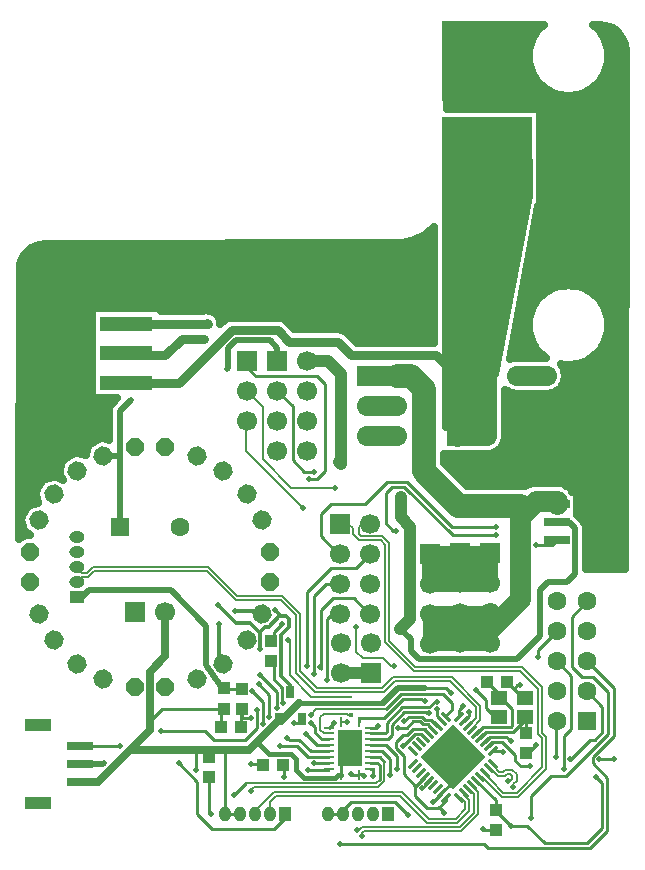
<source format=gbl>
G04 DipTrace 3.0.0.2*
G04 Bottom.gbr*
%MOMM*%
G04 #@! TF.FileFunction,Copper,L2,Bot*
G04 #@! TF.Part,Single*
%AMOUTLINE0*5,1,8,0,0,1.67641,-22.49998*%
%AMOUTLINE1*5,1,8,0,0,1.67641,-262.50052*%
%AMOUTLINE2*5,1,8,0,0,1.67642,-232.50031*%
%AMOUTLINE3*5,1,8,0,0,1.67641,7.49948*%
%AMOUTLINE4*5,1,8,0,0,1.67641,-112.49998*%
%AMOUTLINE5*5,1,8,0,0,1.67641,-202.49998*%
%AMOUTLINE6*5,1,8,0,0,1.67642,37.49969*%
%AMOUTLINE7*5,1,8,0,0,1.67641,-82.50052*%
%AMOUTLINE8*5,1,8,0,0,1.67641,-172.50052*%
%AMOUTLINE9*5,1,8,0,0,1.67641,67.50002*%
%AMOUTLINE10*5,1,8,0,0,1.67642,-52.50031*%
%AMOUTLINE11*5,1,8,0,0,1.67642,-142.50031*%
%AMOUTLINE12*
4,1,16,
0.1591,-0.37123,
0.21563,-0.40673,
0.28197,-0.41423,
0.34497,-0.39217,
0.39217,-0.34497,
0.41423,-0.28197,
0.40673,-0.21563,
0.37123,-0.1591,
-0.1591,0.37123,
-0.21563,0.40673,
-0.28197,0.41423,
-0.34497,0.39217,
-0.39217,0.34497,
-0.41423,0.28197,
-0.40673,0.21563,
-0.37123,0.1591,
0.1591,-0.37123,
0*%
%AMOUTLINE15*
4,1,16,
-0.37123,-0.1591,
-0.40673,-0.21563,
-0.41423,-0.28197,
-0.39217,-0.34497,
-0.34497,-0.39217,
-0.28197,-0.41423,
-0.21563,-0.40673,
-0.1591,-0.37123,
0.37123,0.1591,
0.40673,0.21563,
0.41423,0.28197,
0.39217,0.34497,
0.34497,0.39217,
0.28197,0.41423,
0.21563,0.40673,
0.1591,0.37123,
-0.37123,-0.1591,
0*%
%AMOUTLINE18*5,1,4,0,0,5.5154,90.0*%
G04 #@! TA.AperFunction,ViaPad*
%ADD13C,0.508*%
G04 #@! TA.AperFunction,Conductor*
%ADD14C,0.254*%
%ADD15C,1.016*%
%ADD16C,1.7*%
%ADD17C,1.778*%
%ADD18C,0.762*%
%ADD19C,1.27*%
%ADD20C,1.524*%
G04 #@! TA.AperFunction,CopperBalancing*
%ADD22C,0.635*%
G04 #@! TA.AperFunction,Conductor*
%ADD23C,0.2032*%
%ADD24C,0.3556*%
%ADD25C,0.1778*%
G04 #@! TA.AperFunction,ViaPad*
%ADD26C,0.381*%
G04 #@! TA.AperFunction,Conductor*
%ADD27C,2.032*%
%ADD29R,4.5X1.3*%
%ADD30R,3.9X1.8*%
%ADD31R,7.62X6.858*%
G04 #@! TA.AperFunction,ComponentPad*
%ADD32C,1.6*%
%ADD33R,1.6X1.6*%
%ADD34R,1.0X1.1*%
%ADD35R,1.1X1.0*%
G04 #@! TA.AperFunction,ComponentPad*
%ADD36R,1.7X1.7*%
%ADD37C,1.7*%
%ADD38R,1.3X1.0*%
%ADD39O,1.3X1.0*%
%ADD40R,1.0X1.3*%
%ADD41O,1.0X1.3*%
%ADD42C,1.6*%
%ADD44R,0.65X1.05*%
%ADD47R,2.2X0.7*%
%ADD48R,2.3X1.0922*%
%ADD52R,0.28X0.85*%
%ADD53R,0.85X0.28*%
%ADD54R,2.05X3.05*%
%ADD57R,1.4X1.15*%
G04 #@! TA.AperFunction,ViaPad*
%ADD58C,0.3048*%
G04 #@! TA.AperFunction,ComponentPad*
%ADD118OUTLINE0*%
%ADD119OUTLINE1*%
%ADD120OUTLINE2*%
%ADD121OUTLINE3*%
%ADD122OUTLINE4*%
%ADD123OUTLINE5*%
%ADD124OUTLINE6*%
%ADD125OUTLINE7*%
%ADD126OUTLINE8*%
%ADD127OUTLINE9*%
%ADD128OUTLINE10*%
%ADD129OUTLINE11*%
%ADD130OUTLINE12*%
%ADD133OUTLINE15*%
%ADD136OUTLINE18*%
%FSLAX35Y35*%
G04*
G71*
G90*
G75*
G01*
G04 Bottom*
%LPD*%
X4869986Y2157254D2*
D14*
Y2159874D1*
X4914906Y2204794D1*
Y2237814D1*
X4976053Y1653794D2*
X5140966Y1488880D1*
Y1409774D1*
X5146046Y1404694D1*
X5117473Y1909767D2*
X5184533D1*
X5199386Y1894914D1*
X3070866Y1795854D2*
X3165026D1*
X3172646Y1788234D1*
X6017266Y1836494D2*
X6144266D1*
X4720079Y1512374D2*
Y1486727D1*
X4664983Y1431630D1*
X4653286Y1419934D1*
X4559306D1*
X4457706Y1521534D1*
Y1603554D1*
X4543303Y1689150D1*
X5146046Y1404694D2*
Y1397074D1*
X5267966Y1275154D1*
X4704086Y1384374D2*
Y1392527D1*
X4664983Y1431630D1*
X5267966Y1275154D2*
X5410206D1*
X5554986Y1130374D1*
X5915666D1*
X6040126Y1254834D1*
Y1633294D1*
X5986786Y1686634D1*
X4578659Y2051190D2*
X4578289D1*
X4538986Y2090494D1*
X4437386D1*
X4391666Y2044774D1*
X4356106D1*
X4297686Y1986354D1*
Y1927934D1*
X4361186Y1864434D1*
Y1708910D1*
X4457706Y1612390D1*
Y1603554D1*
X4295146Y3771974D2*
X4274826D1*
X4211326Y3835474D1*
Y4092014D1*
X4262126Y4142814D1*
X4368806D1*
X4780286Y3731334D1*
X5138426D1*
X5140966Y3733874D1*
X3771906Y2146374D2*
Y2143287D1*
X3734096Y2105477D1*
X4081786Y2562934D2*
D15*
X3827786D1*
D13*
D3*
X5656586Y3843094D2*
Y3845634D1*
X5760726D1*
X5814066Y3792294D1*
Y3408754D1*
X5745486Y3340174D1*
X5588006D1*
X5516886Y3269054D1*
Y2877894D1*
X5321306Y2682314D1*
X4493266D1*
X4422146Y2753434D1*
Y2852494D1*
X4333246Y2941394D1*
X1821186Y1803474D2*
X1812756Y1795044D1*
X1624279D1*
X3543306Y5209614D2*
D15*
X3719569D1*
X3831793Y5097390D1*
Y4335020D1*
X3815719Y4351094D1*
X4338326Y4058994D2*
Y3883734D1*
X4418973Y3803087D1*
Y3027120D1*
X4333246Y2941394D1*
X3355346Y1376754D2*
D14*
Y1341194D1*
X3263906Y1249754D1*
X2743206D1*
X2616206Y1376754D1*
Y1645994D1*
X2456186Y1806014D1*
X1960886Y3799914D2*
D13*
Y4418120D1*
Y4787974D1*
X2052326Y4879414D1*
X2862586Y5138494D2*
X2872746Y5148654D1*
Y5316294D1*
X2939623Y5383170D1*
X3228479D1*
X3289306Y5322344D1*
Y5209614D1*
X1819409Y4405952D2*
X1948718D1*
D14*
X1960886Y4418120D1*
X5322056Y4574614D2*
D16*
X5576056D1*
X5321386Y4829260D2*
X5575386D1*
X5576056Y4574614D2*
Y4829260D1*
X4051306Y4828614D2*
X4305306D1*
X2015486Y5526060D2*
D18*
X2703619D1*
X2697486Y5532194D1*
X4051306Y4574614D2*
D16*
X4305306D1*
X2669546Y5397574D2*
D18*
X2481586D1*
X2339346Y5255334D1*
X2036753D1*
X2015486Y5276600D1*
X4842183Y3325330D2*
D19*
Y3579330D1*
X4813386Y5082614D2*
X5067386D1*
Y4575284D1*
X5068056Y4574614D1*
X4814056D1*
Y5081944D1*
X4813386Y5082614D1*
X4814033D2*
X5067386Y4829260D1*
Y4827944D1*
X4814056Y4574614D1*
X4813386Y4829260D2*
X4813409D1*
X5068056Y4574614D1*
X4814033Y4829260D2*
X5067386Y5082614D1*
Y4829260D2*
X4813386D1*
Y5082614D2*
D20*
X5067386D1*
Y4829260D1*
X4813386Y5082614D2*
D16*
X5067386D1*
Y4575284D1*
X5068056Y4574614D1*
X4814056D1*
D17*
Y5081944D1*
D16*
X4813386Y5082614D1*
X5068056Y4574614D2*
D22*
Y6929944D1*
X5069846Y6931734D1*
X5096209Y3579330D2*
D19*
X4842183D1*
X4588203D1*
X4587509Y3578637D1*
X4577719Y3541470D2*
Y3334427D1*
X4587509Y3324637D1*
X5095516D1*
X5096209Y3325330D1*
Y3579330D1*
X5096183D1*
X4842183Y3325330D1*
X4840816D1*
X4587509Y3578637D1*
Y3324637D2*
Y3324657D1*
X4842183Y3579330D1*
X4842209D1*
X5096209Y3325330D1*
X2015486Y5025140D2*
D18*
X2459673D1*
X2905766Y5471234D1*
X3294386D1*
X3393446Y5372174D1*
X3804926D1*
X3919226Y5257874D1*
X4638126D1*
X4813386Y5082614D1*
X5291173Y1605644D2*
D23*
Y1627197D1*
X5317573Y1653600D1*
Y1709550D1*
X5278009Y1749107D1*
X5222066D1*
X5203713Y1730754D1*
X5171729D1*
X5117476Y1785004D1*
Y1795214D1*
X5244473Y1652344D2*
X5266026D1*
X5282013Y1668327D1*
Y1694817D1*
X5263283Y1713547D1*
X5236793D1*
X5218439Y1695194D1*
X5157003D1*
X5092329Y1759860D1*
X5082119D1*
X3826516Y3832300D2*
X3892556D1*
X3933196Y3791660D1*
Y3745304D1*
X3958889Y3719607D1*
X3986536Y3691964D1*
X4166969D1*
X4206246Y3652687D1*
Y2826554D1*
X4447006Y2585794D1*
X5347759D1*
X5499106Y2434447D1*
Y2048224D1*
X5534666Y2012664D1*
Y1770447D1*
X5318763Y1554554D1*
X5206503D1*
X5103353Y1657707D1*
X5046763Y1714294D1*
Y1724504D1*
X4080516Y3832300D2*
X4014476D1*
X3984036Y3801860D1*
Y3744754D1*
X4001263Y3727524D1*
X4181703D1*
X4241806Y3667414D1*
Y2841280D1*
X4461733Y2621354D1*
X5362486D1*
X5534666Y2449174D1*
Y2062950D1*
X5570226Y2027390D1*
Y1755714D1*
X5333489Y1518994D1*
X5191776D1*
X5078206Y1632560D1*
X5021619Y1689150D1*
X5011409D1*
X4940696Y1618440D2*
X4947189D1*
Y1603554D1*
X4993646Y1557094D1*
Y1369647D1*
X4850333Y1226334D1*
X4026649D1*
X4010666Y1210347D1*
Y1188794D1*
X4905343Y1583084D2*
Y1578407D1*
X4922043D1*
X4958086Y1542367D1*
Y1384374D1*
X4835606Y1261894D1*
X4011923D1*
X3985519Y1235494D1*
X3963966D1*
X4909826Y1579954D2*
X4906019Y1583760D1*
X4905343Y1583084D1*
X4869986Y1547727D2*
Y1537517D1*
X4915349Y1492154D1*
X4915346Y1397594D1*
X4815766Y1298014D1*
X4560359D1*
X4331759Y1526614D1*
X3279686D1*
X3226549Y1473474D1*
X3228346Y1376754D1*
X4834633Y1512370D2*
X4844843D1*
X4879789Y1477424D1*
X4879786Y1412320D1*
X4801039Y1333574D1*
X4575086D1*
X4346486Y1562174D1*
X3264959D1*
X3201403Y1498620D1*
X3101346Y1398560D1*
Y1376754D1*
X1600206Y3335094D2*
Y3345254D1*
X1635766Y3380814D1*
X1692186D1*
X1742986Y3431614D1*
X2693459D1*
X2939839Y3185234D1*
X3319786D1*
X3449326Y3055694D1*
Y2569067D1*
X3612939Y2405454D1*
X4196626D1*
X4290606Y2499434D1*
X4753399D1*
X4975863Y2276970D1*
X4975866Y2182207D1*
X4915553Y2121897D1*
X4905343D1*
X1600206Y3462094D2*
Y3451934D1*
X1635766Y3416374D1*
X1677459D1*
X1728259Y3467174D1*
X2708186D1*
X2954566Y3220794D1*
X3334513D1*
X3484886Y3070420D1*
Y2583794D1*
X3627666Y2441014D1*
X4181899D1*
X4275879Y2534994D1*
X4768126D1*
X5011423Y2291697D1*
X5011426Y2167480D1*
X4940699Y2096754D1*
X4940696Y2086544D1*
X3734096Y2005477D2*
D14*
X3668963D1*
X3614426Y2060014D1*
Y2105734D1*
X3573786Y2146374D1*
X3172466Y2138754D2*
Y2321634D1*
X3081026Y2413074D1*
X4574546Y2225114D2*
X4561846D1*
X4549146Y2237814D1*
X4368806D1*
X4259586Y2128594D1*
Y2039694D1*
X4225369Y2005477D1*
X4079096D1*
X3826516Y3324300D2*
X3707773D1*
X3599186Y3215714D1*
Y2557854D1*
X3538226Y2049854D2*
X3629666Y1958414D1*
X3731159D1*
X3734096Y1955477D1*
X5661666Y2156534D2*
X5654046Y2148914D1*
Y1859354D1*
X4305306Y1752674D2*
Y1861894D1*
X4213866Y1953334D1*
X4081239D1*
X4079096Y1955477D1*
X3241046Y2842154D2*
X3263906D1*
Y2913454D1*
X3332486Y2982034D1*
X3149606Y2771214D2*
D24*
Y2915994D1*
X3190246Y2956634D1*
X3218186D1*
X3309626Y3048074D1*
X3326763D1*
X3365506D1*
X3390906Y3022674D1*
Y2954094D1*
X3324866Y2888054D1*
Y2537534D1*
X3395986Y2466414D1*
Y2413450D1*
X3403219Y2406217D1*
X3149606Y2915994D2*
X3136906D1*
X3063246Y2989654D1*
X2943866D1*
X2791466Y3142054D1*
X3273746Y3101094D2*
X3326763Y3048074D1*
X5168906Y2354654D2*
D14*
Y2390214D1*
X5069846Y2489274D1*
X5168906Y2354654D2*
X5184146D1*
X5280666Y2258134D1*
Y2118434D1*
X5270506Y2108274D1*
X5033136D1*
X4976053Y2051190D1*
X5388906Y2194657D2*
Y2168254D1*
X5285746Y2065094D1*
X5060666D1*
X5011406Y2015834D1*
X5394966Y2057474D2*
Y2188597D1*
X5388906Y2194657D1*
X5082119Y1945124D2*
Y1945287D1*
X5120646Y1983814D1*
X5196846D1*
X5308606Y1872054D1*
Y1821254D1*
X5354326Y1775534D1*
X5433066D1*
X2730506Y1374214D2*
X2717806Y1386914D1*
Y1689174D1*
X4834629Y2192610D2*
Y2256597D1*
X4866646Y2288614D1*
X5046763Y1980477D2*
X5090739Y2024454D1*
X5232406D1*
X5267966Y1988894D1*
X4578659Y1653794D2*
X4584886D1*
X4521206Y1590114D1*
X4356106Y1948254D2*
X4457706Y2049854D1*
X4509283D1*
X4543303Y2015834D1*
X4614013Y2086544D2*
X4569423Y2131134D1*
X4528826D1*
X4503426Y2156534D1*
X4442466D1*
X4389126Y2103194D1*
X4315466D1*
X4649369Y2121900D2*
X4644739D1*
X4594866Y2171774D1*
X4546606D1*
X4521206Y2197174D1*
X4404366D1*
X4366266Y2159074D1*
X4643126Y2258134D2*
Y2199714D1*
X4684723Y2158117D1*
Y2157254D1*
X3345186Y1684094D2*
Y1788234D1*
X3342646D1*
X3241046Y2672154D2*
X3263906D1*
Y2514674D1*
X3335026Y2443554D1*
Y2311474D1*
X3340106D1*
X3431546Y2143834D2*
X3465836D1*
X3498219Y2176217D1*
X2989586Y2263214D2*
Y2184474D1*
X3065786D1*
X3573786Y2212414D2*
D25*
X3619506Y2258134D1*
X4213866D1*
D14*
X4340866Y2385134D1*
X4696466D1*
X4767586Y2314014D1*
Y2253054D1*
X4721866Y2207334D1*
X4705356D1*
X4720079Y2192610D1*
X2986866Y2110814D2*
Y2260494D1*
X2989586Y2263214D1*
X2801626Y2982034D2*
D24*
Y2679047D1*
X2835413Y2645260D1*
X2931166Y3093794D2*
X3130606D1*
X3160319Y3064080D1*
X4051306Y5082614D2*
D16*
X4305306D1*
X5575386D2*
X5321386D1*
X1624279Y1642644D2*
D22*
X1774019D1*
X2048746Y1917370D1*
X2214886Y2083510D1*
Y2164494D1*
Y2578174D1*
X2344426Y2707714D1*
Y3083634D1*
X5096183Y2967190D2*
D19*
X5096209D1*
Y2817330D1*
X4538986Y2438474D2*
D13*
X4318006D1*
X4188466Y2308934D1*
D26*
X3939546D1*
X3472186D1*
D22*
X3329946Y2166694D1*
X3317246Y2179394D1*
X3119949Y1982097D1*
X3055223Y1917370D1*
X2847346D1*
X2717806D1*
X2603506D1*
X2048746D1*
X3308219Y2176217D2*
D14*
X3317246Y2179394D1*
X4842183Y2817330D2*
D19*
Y3071330D1*
X4587509Y2816637D2*
Y3070637D1*
X5096209Y2817330D2*
Y3071330D1*
X4842183D1*
X4588203D1*
X4587509Y3070637D1*
X4588876D2*
X4842183Y2817330D1*
X4842209D1*
X5096209Y3071330D1*
Y2817330D2*
X4588203D1*
X4587509Y2816637D1*
Y2816657D2*
X4842183Y3071330D1*
X4842209D2*
X5096209Y2817330D1*
Y3071330D2*
D17*
Y2942357D1*
X5344166Y3190314D1*
Y3883734D1*
X5481326Y4020894D1*
X5656586D1*
Y3995494D1*
X3847473Y1376754D2*
D14*
X3720473D1*
X2974346D2*
X2847346D1*
Y1917370D1*
X4684723Y1547730D2*
X4679483D1*
X4752346Y1620594D1*
Y1715844D1*
X4736469Y1699967D1*
Y1811604D1*
X4777356Y1852490D1*
X2837186Y2265934D2*
X2316326D1*
X2214886Y2164494D1*
X2717806Y1859174D2*
Y1917370D1*
X2816866Y2110814D2*
Y2245614D1*
X2837186Y2265934D1*
X4762506Y2397834D2*
X4721866Y2438474D1*
X4538986D1*
X4612806Y1475814D2*
X4684723Y1547730D1*
X5388906Y2354654D2*
X5374466D1*
X5295416Y2433704D1*
X5239846Y2489274D1*
X5344166Y2463874D2*
X5325586D1*
X5295416Y2433704D1*
X5168906Y2194657D2*
X5133323D1*
X5059686Y2268294D1*
Y2339414D1*
X4973326Y2425774D1*
X5394966Y1887474D2*
Y1869514D1*
X5483866Y1958414D1*
X3847473Y1376754D2*
Y1409140D1*
X3916686Y1478354D1*
X4287526D1*
X4399286Y1366594D1*
X5146046Y1234694D2*
X5046806D1*
X5031746Y1249754D1*
X2603506Y1747594D2*
Y1917370D1*
X4305306Y5082614D2*
D27*
X4424686D1*
X4533906Y4973394D1*
Y4274894D1*
X4826006Y3982794D1*
X5353086D1*
D17*
X5344166Y3883734D1*
X3299466Y2179394D2*
D14*
X3317246D1*
X3831596Y1706957D2*
Y1855474D1*
X3906596Y1930474D1*
X3831596Y1706957D2*
D26*
X3810009D1*
X3782066Y1679014D1*
X3517906D1*
X3451866Y1745054D1*
Y1841574D1*
X3411226Y1882214D1*
X3219833D1*
X3119949Y1982097D1*
X3903986Y1831414D2*
D14*
Y1927864D1*
X3906596Y1930474D1*
X3734096Y2055477D2*
D25*
X3685003D1*
X3655066Y2085414D1*
Y2192094D1*
X3685546Y2222574D1*
X3878586D1*
X3893826Y2207334D1*
X3919226D1*
X3914146Y2364814D2*
X3581406D1*
X3395986Y2550234D1*
Y2837254D1*
X3385826Y2847414D1*
X3510286Y3967554D2*
X3030226Y4447614D1*
Y4696534D1*
X3035306Y4701614D1*
X5661666Y2918534D2*
D14*
X5501646Y2758514D1*
Y2700094D1*
X4640586Y2324174D2*
X4625346D1*
X4579626Y2278454D1*
X4351026D1*
X4218946Y2146374D1*
Y2070174D1*
X4204249Y2055477D1*
X4079096D1*
X4080516Y3070300D2*
X4069719D1*
X3939546Y3200474D1*
X3764286D1*
X3662686Y3098874D1*
Y2603574D1*
X3652526Y2613734D1*
X3553466Y1745054D2*
X3723676D1*
X3734096Y1755474D1*
X5661666Y2664534D2*
X5781046Y2545154D1*
Y2093034D1*
X5717546Y2029534D1*
Y1750134D1*
X4102106Y1694254D2*
Y1755474D1*
X4079096D1*
X3734096Y1855474D2*
X3554806D1*
X3459486Y1950794D1*
X3317246D1*
X3225806Y2192094D2*
Y2380054D1*
X3134366Y2471494D1*
X3604266Y4272354D2*
X3520446D1*
X3421386Y4371414D1*
Y4823534D1*
X3289306Y4955614D1*
X3070866Y1567254D2*
Y1574874D1*
D23*
X3093726Y1597734D1*
X4147826D1*
X4198626Y1648534D1*
Y1816174D1*
D14*
X4163066Y1851734D1*
X4082836D1*
X4079096Y1855474D1*
X3035306Y5209614D2*
X3055626D1*
Y5133414D1*
X3108966Y5080074D1*
X3629666D1*
X3698246Y5011494D1*
Y4277434D1*
X3629666Y4208854D1*
X3558546D1*
X3144526Y2547694D2*
X3286766Y2405454D1*
Y2270834D1*
X3378206Y2014294D2*
X3395986Y1996514D1*
X3479806D1*
X3573786Y1902534D1*
X3731156D1*
X3734096Y1905474D1*
X5915666Y2410534D2*
X6045206Y2280994D1*
Y2065094D1*
X5979166Y1999054D1*
X5941066D1*
X5773426Y1831414D1*
Y1836494D1*
X4249426Y1699334D2*
Y1836494D1*
X4178306Y1907614D1*
X4081236D1*
X4079096Y1905474D1*
X3826516Y3578300D2*
X3808099D1*
X3660146Y3726254D1*
Y3916754D1*
X3743966Y4000574D1*
X4038606D1*
X4224026Y4185994D1*
X4386586D1*
X4772666Y3799914D1*
X5140966D1*
X5481326Y3652594D2*
X5618486D1*
X5656586Y3690694D1*
X4080516Y3578300D2*
X4076073D1*
X3954786Y3457014D1*
X3747139D1*
X3545846Y3255720D1*
Y2626434D1*
X3119126Y2250514D2*
Y2098114D1*
X3022606Y2001594D1*
X2755906D1*
X2682246Y2075254D1*
X2308866D1*
X1958346Y1950794D2*
X1627629D1*
X1624279Y1947444D1*
X5915666Y3172534D2*
X5786126Y3042994D1*
Y2621354D1*
X5872486Y2534994D1*
X5966466D1*
X6093466Y2407994D1*
Y2049854D1*
X5737866Y1694254D1*
X5613406D1*
X5443226Y1524074D1*
Y1341194D1*
X4025906Y1694254D2*
Y1709494D1*
X3979059D1*
X3981596Y1706957D1*
X3916683D1*
X3914146Y1709494D1*
X4142746Y2115894D2*
X4132329Y2105477D1*
X4079096D1*
X3035306Y4955614D2*
D25*
X3169926Y4820994D1*
Y4376494D1*
X3411226Y4135194D1*
X3782066D1*
X3959866Y2956634D2*
X3962406Y2954094D1*
Y2745814D1*
X4015746Y2692474D1*
X4188466D1*
X4257046Y2623894D1*
X4282446D1*
X3883666Y2151454D2*
X3834136D1*
X3831596Y2153994D1*
X4544066Y2331794D2*
D14*
X4528826D1*
X4516126Y2344494D1*
X4358646D1*
X4196086Y2181934D1*
X3981596D1*
Y2153994D1*
X3826516Y3070300D2*
X3756033D1*
X3713486Y3027754D1*
Y2507054D1*
X3606806Y1800934D2*
X3729556D1*
X3734096Y1805474D1*
X4079096D2*
X4138206D1*
X4157986Y1785694D1*
Y1663774D1*
D23*
X4127506Y1633294D1*
X3027686D1*
D14*
X2928626Y1534234D1*
X3825246Y1120214D2*
X5044446D1*
X5077466Y1087194D1*
X5941066D1*
X6085846Y1231974D1*
Y1676474D1*
X5961386Y1800934D1*
Y1859354D1*
X6139186Y2037154D1*
Y2441014D1*
X5915666Y2664534D1*
X1600206Y3208094D2*
D13*
X1640846D1*
X1701806Y3269054D1*
X2390146D1*
X2692406Y2966794D1*
Y2631937D1*
X2804166Y2468954D1*
X2837186Y2435934D1*
X2989586Y2433214D2*
D14*
X2839906D1*
X2837186Y2435934D1*
D13*
X4914906Y2237814D3*
X5199386Y1894914D3*
X3070866Y1795854D3*
X6017266Y1836494D3*
X6144266D3*
X5267966Y1275154D3*
X4704086Y1384374D3*
X5986786Y1686634D3*
X4295146Y3771974D3*
X5140966Y3733874D3*
X3771906Y2146374D3*
X4333246Y2941394D3*
X1821186Y1803474D3*
X3815719Y4351094D3*
X4338326Y4058994D3*
X2456186Y1806014D3*
X2052326Y4879414D3*
X2862586Y5138494D3*
X2697486Y5532194D3*
X2669546Y5397574D3*
X5291173Y1605644D3*
X5244473Y1652344D3*
X4010666Y1188794D3*
X3963966Y1235494D3*
X3573786Y2146374D3*
X3172466Y2138754D3*
X3081026Y2413074D3*
X4574546Y2225114D3*
X3599186Y2557854D3*
X3538226Y2049854D3*
X5654046Y1859354D3*
X4305306Y1752674D3*
X3332486Y2982034D3*
X3149606Y2771214D3*
X2791466Y3142054D3*
X3273746Y3101094D3*
X5433066Y1775534D3*
X2730506Y1374214D3*
X4866646Y2288614D3*
X5267966Y1988894D3*
X4521206Y1590114D3*
X4356106Y1948254D3*
X4315466Y2103194D3*
X4366266Y2159074D3*
X4643126Y2258134D3*
X3345186Y1684094D3*
X3340106Y2311474D3*
X3431546Y2143834D3*
X3065786Y2184474D3*
X3573786Y2212414D3*
X2801626Y2982034D3*
X2931166Y3093794D3*
X4538986Y2438474D3*
X4762506Y2397834D3*
X4538986Y2438474D3*
X4612806Y1475814D3*
X5344166Y2463874D3*
X4973326Y2425774D3*
X5483866Y1958414D3*
D26*
X3939546Y2308934D3*
D13*
X4399286Y1366594D3*
X5031746Y1249754D3*
X2603506Y1747594D3*
X3903986Y1831414D3*
D26*
X3919226Y2207334D3*
D58*
X3914146Y2364814D3*
D13*
X3385826Y2847414D3*
X3510286Y3967554D3*
X5501646Y2700094D3*
X4640586Y2324174D3*
X3652526Y2613734D3*
X3553466Y1745054D3*
X5717546Y1750134D3*
X4102106Y1694254D3*
X3317246Y1950794D3*
X3225806Y2192094D3*
X3134366Y2471494D3*
X3604266Y4272354D3*
X3070866Y1567254D3*
X3558546Y4208854D3*
X3144526Y2547694D3*
X3286766Y2270834D3*
X3378206Y2014294D3*
X5773426Y1836494D3*
X4249426Y1699334D3*
X5140966Y3799914D3*
X5481326Y3652594D3*
X3545846Y2626434D3*
X3119126Y2250514D3*
X2308866Y2075254D3*
X1958346Y1950794D3*
X5443226Y1341194D3*
X4025906Y1694254D3*
X3914146Y1709494D3*
X4142746Y2115894D3*
X3782066Y4135194D3*
X3959866Y2956634D3*
X4282446Y2623894D3*
X3883666Y2151454D3*
X4544066Y2331794D3*
X3713486Y2507054D3*
X3606806Y1800934D3*
X2928626Y1534234D3*
X3825246Y1120214D3*
X4752346Y8034094D3*
X4879346D3*
X5006346D3*
X5133346D3*
X5260346D3*
X5387346D3*
Y7907094D3*
X5260346D3*
X5133346D3*
X5006346D3*
X4879346D3*
X4752346D3*
Y7780094D3*
X4879346D3*
X5006346D3*
X5133346D3*
X5260346D3*
X5387346D3*
Y7653094D3*
X5260346D3*
X5133346D3*
X5006346D3*
X4879346D3*
X4752346D3*
Y7526094D3*
X4879346D3*
X5006346D3*
X5133346D3*
X5260346D3*
X5387346D3*
X1196346Y5748094D3*
Y5621094D3*
Y5494094D3*
Y5367094D3*
Y5240094D3*
Y5113094D3*
Y4986094D3*
Y4605094D3*
Y4478094D3*
Y4351094D3*
Y4224094D3*
X1323346Y4351094D3*
Y4478094D3*
Y4605094D3*
X1704346Y6129094D3*
X1958346D3*
X2212346D3*
X2466346D3*
X2720346D3*
X2974346D3*
X3228346D3*
X3482346D3*
X3736346D3*
X3990346D3*
X4244346D3*
X4498346D3*
Y5875094D3*
X1450346Y5748094D3*
Y5494094D3*
Y5240094D3*
X4244346Y5875094D3*
X3990346D3*
X3609346Y6002094D3*
X3355346D3*
X3101346D3*
X2847346D3*
X2593346D3*
X3863346D3*
X4117346D3*
X4371346D3*
Y5748094D3*
X4117346D3*
X1450346Y4986094D3*
X5641346Y7272094D3*
X5895346D3*
X5641346Y7018094D3*
X5895346D3*
Y6764094D3*
X5641346D3*
Y6510094D3*
X5895346D3*
Y6256094D3*
X5641346D3*
X5895346Y6002094D3*
X5641346D3*
X5387346Y5748094D3*
Y5494094D3*
X5895346Y4986094D3*
Y4732094D3*
X2720346Y5748094D3*
X2974346D3*
X3482346D3*
X3228346D3*
X2466346D3*
X3736346D3*
X4244346Y5494094D3*
X3990346D3*
X4498346D3*
X1704346Y4986094D3*
Y5240094D3*
Y5494094D3*
Y5748094D3*
X5260346Y4224094D3*
X5514346D3*
X5768346D3*
X6022346Y4478094D3*
Y4732094D3*
Y4986094D3*
Y3970094D3*
Y3716094D3*
X4726946Y7177177D2*
D22*
X5412809D1*
X4726946Y7114010D2*
X5412809D1*
X4726946Y7050844D2*
X5412809D1*
X4726946Y6987677D2*
X5412809D1*
X4726946Y6924510D2*
X5412809D1*
X4726946Y6861344D2*
X5412809D1*
X4726946Y6798177D2*
X5412809D1*
X4726946Y6735010D2*
X5412809D1*
X4726946Y6671844D2*
X5412809D1*
X4726946Y6608677D2*
X5412809D1*
X4726946Y6545510D2*
X5401026D1*
X4726946Y6482344D2*
X5389119D1*
X4726946Y6419177D2*
X5377336D1*
X4726946Y6356010D2*
X5365433D1*
X4726946Y6292844D2*
X5353649D1*
X4726946Y6229677D2*
X5341743D1*
X4726946Y6166510D2*
X5329959D1*
X4726946Y6103344D2*
X5318053D1*
X4726946Y6040177D2*
X5306273D1*
X4726946Y5977010D2*
X5294366D1*
X4726946Y5913844D2*
X5282583D1*
X4726946Y5850677D2*
X5270676D1*
X4726946Y5787510D2*
X5258896D1*
X4726946Y5724344D2*
X5246989D1*
X4726946Y5661177D2*
X5235206D1*
X4726946Y5598010D2*
X5223299D1*
X4726946Y5534844D2*
X5211519D1*
X4726946Y5471677D2*
X5199613D1*
X4726946Y5408510D2*
X5187829D1*
X4726946Y5345344D2*
X5175923D1*
X4726946Y5282177D2*
X5164143D1*
X4726946Y5219010D2*
X5152236D1*
X4726946Y5155844D2*
X5140453D1*
X4726946Y5092677D2*
X5125819D1*
X4726946Y5029510D2*
X5066659D1*
X4726946Y4966344D2*
X5007376D1*
X4726946Y4903177D2*
X4948216D1*
X4726946Y4840010D2*
X4888933D1*
X4726946Y4776844D2*
X4829773D1*
X4726946Y4713677D2*
X4770489D1*
X5135603Y5096337D2*
X5419123Y6608440D1*
X5419096Y7240344D1*
X4720596D1*
Y4653587D1*
X5135689Y5096400D1*
X4737136Y7992517D2*
X5481473D1*
X6034916D2*
X6169556D1*
X4737259Y7929350D2*
X5444393D1*
X6071876D2*
X6213709D1*
X4737383Y7866184D2*
X5423306D1*
X6093083D2*
X6233056D1*
X4737506Y7803017D2*
X5415123D1*
X6101269D2*
X6238143D1*
X4737633Y7739850D2*
X5418966D1*
X6097423D2*
X6238016D1*
X4737756Y7676684D2*
X5435089D1*
X6081303D2*
X6237893D1*
X4737879Y7613517D2*
X5465846D1*
X6050543D2*
X6237769D1*
X4738003Y7550350D2*
X5516573D1*
X5999693D2*
X6237646D1*
X4738126Y7487184D2*
X5607359D1*
X5909033D2*
X6237396D1*
X4738253Y7424017D2*
X6237273D1*
X4738253Y7360850D2*
X6237149D1*
X5524559Y7297684D2*
X6237026D1*
X5524559Y7234517D2*
X6236899D1*
X5524559Y7171350D2*
X6236776D1*
X5524559Y7108184D2*
X6236529D1*
X5524559Y7045017D2*
X6236406D1*
X5524559Y6981850D2*
X6236279D1*
X5524559Y6918684D2*
X6236156D1*
X5524559Y6855517D2*
X6236033D1*
X5524559Y6792350D2*
X6235909D1*
X5524559Y6729184D2*
X6235659D1*
X5524559Y6666017D2*
X6235536D1*
X5524559Y6602850D2*
X6235413D1*
X5524559Y6539684D2*
X6235289D1*
X5501493Y6476517D2*
X6235166D1*
X5489586Y6413350D2*
X6235039D1*
X5477803Y6350184D2*
X6234793D1*
X4561146Y6287017D2*
X4615169D1*
X5465896D2*
X6234669D1*
X4431293Y6223850D2*
X4615169D1*
X5454116D2*
X6234546D1*
X1210033Y6160684D2*
X4615169D1*
X5442333D2*
X6234419D1*
X1150006Y6097517D2*
X4615169D1*
X5430426D2*
X6234296D1*
X1124579Y6034350D2*
X4615169D1*
X5418643D2*
X6234173D1*
X1120116Y5971184D2*
X4615169D1*
X5406736D2*
X6233923D1*
X1119866Y5908017D2*
X4615169D1*
X5394956D2*
X6233799D1*
X1119743Y5844850D2*
X4615169D1*
X5383049D2*
X5700623D1*
X5815643D2*
X6233676D1*
X1119496Y5781684D2*
X4615169D1*
X5371266D2*
X5550059D1*
X5966206D2*
X6233553D1*
X1119246Y5718517D2*
X4615169D1*
X5359359D2*
X5485816D1*
X6030576D2*
X6233429D1*
X1119123Y5655350D2*
X1716866D1*
X2314089D2*
X4615169D1*
X5347579D2*
X5446996D1*
X6069396D2*
X6233179D1*
X1118876Y5592184D2*
X1716866D1*
X2792076D2*
X4615169D1*
X5335673D2*
X5424673D1*
X6091719D2*
X6233056D1*
X1118626Y5529017D2*
X1716866D1*
X3391976D2*
X4615169D1*
X5323889D2*
X5415369D1*
X6101019D2*
X6232933D1*
X1118503Y5465850D2*
X1716866D1*
X3859546D2*
X4615169D1*
X5311983D2*
X5418099D1*
X6098293D2*
X6232809D1*
X1118256Y5402684D2*
X1716866D1*
X3929743D2*
X4615169D1*
X5300203D2*
X5433106D1*
X6083286D2*
X6232683D1*
X1118006Y5339517D2*
X1716866D1*
X5288296D2*
X5462376D1*
X6054016D2*
X6232559D1*
X1117883Y5276350D2*
X1716866D1*
X5276513D2*
X5510993D1*
X6005399D2*
X6232313D1*
X1117636Y5213184D2*
X1716866D1*
X5920319D2*
X6232189D1*
X1117386Y5150017D2*
X1716866D1*
X5718286D2*
X6232063D1*
X1117263Y5086850D2*
X1716866D1*
X5734036D2*
X6231939D1*
X1117016Y5023684D2*
X1716866D1*
X5722129D2*
X6231816D1*
X1116766Y4960517D2*
X1716866D1*
X5672769D2*
X6231693D1*
X1116643Y4897350D2*
X1716866D1*
X5226036D2*
X6231443D1*
X1116396Y4834184D2*
X1874253D1*
X5226036D2*
X6231319D1*
X1116146Y4771017D2*
X1861849D1*
X5226036D2*
X6231196D1*
X1116023Y4707850D2*
X1861849D1*
X5226036D2*
X6231073D1*
X1115776Y4644684D2*
X1861849D1*
X5226036D2*
X6230949D1*
X1115526Y4581517D2*
X1861849D1*
X5226533D2*
X6230823D1*
X1115403Y4518350D2*
X1718356D1*
X5215989D2*
X6230576D1*
X1115156Y4455184D2*
X1676436D1*
X5168986D2*
X6230453D1*
X1114906Y4392017D2*
X1499576D1*
X4709106D2*
X6230326D1*
X1114783Y4328850D2*
X1456666D1*
X4725106D2*
X6230203D1*
X1114536Y4265684D2*
X1442776D1*
X4788233D2*
X6230079D1*
X1114286Y4202517D2*
X1306723D1*
X4851486D2*
X6229956D1*
X1114163Y4139350D2*
X1262319D1*
X5764669D2*
X6229706D1*
X1113916Y4076184D2*
X1246446D1*
X5840199D2*
X6229583D1*
X1113666Y4013017D2*
X1263313D1*
X5840199D2*
X6229459D1*
X1113543Y3949850D2*
X1152829D1*
X5840199D2*
X6229336D1*
X5857066Y3886684D2*
X6229213D1*
X5907669Y3823517D2*
X6228963D1*
X1112923Y3760350D2*
X1155396D1*
X5913126D2*
X6228839D1*
X5913126Y3697184D2*
X6228716D1*
X5913126Y3634017D2*
X6228593D1*
X5913126Y3570850D2*
X6228466D1*
X5913126Y3507684D2*
X6228343D1*
X1754926Y5658370D2*
X2307796D1*
Y5631457D1*
X2663683Y5632037D1*
X2680496Y5636227D1*
X2697769Y5637604D1*
X2715036Y5636134D1*
X2731826Y5631854D1*
X2747689Y5624880D1*
X2762196Y5615404D1*
X2778156Y5600597D1*
X2789359Y5587377D1*
X2798246Y5572504D1*
X2804576Y5556374D1*
X2808179Y5539424D1*
X2808993Y5525124D1*
X2811699Y5526240D1*
X2837306Y5551387D1*
X2850689Y5561110D1*
X2865426Y5568620D1*
X2881159Y5573730D1*
X2897496Y5576320D1*
X3064516Y5576644D1*
X3302656Y5576320D1*
X3318993Y5573730D1*
X3334726Y5568620D1*
X3349463Y5561110D1*
X3362846Y5551387D1*
X3437063Y5477630D1*
X3813196Y5477260D1*
X3829533Y5474670D1*
X3845266Y5469560D1*
X3860003Y5462050D1*
X3873386Y5452327D1*
X3962863Y5363310D1*
X4621629Y5363284D1*
X4621536Y6344770D1*
X4617319Y6340327D1*
X4540516Y6275354D1*
X4448126Y6229264D1*
X4348013Y6206657D1*
X1333153Y6198957D1*
X1273136Y6192927D1*
X1229286Y6177690D1*
X1204673Y6161740D1*
X1147693Y6104704D1*
X1129413Y6072664D1*
X1117786Y6032644D1*
X1113743Y5977417D1*
X1106323Y3698714D1*
X1129786Y3720987D1*
X1143589Y3728720D1*
X1158819Y3733014D1*
X1169349Y3733844D1*
X1202436Y3734584D1*
X1165666Y3756770D1*
X1154626Y3768104D1*
X1146536Y3781700D1*
X1143009Y3791660D1*
X1124483Y3864010D1*
X1124689Y3879834D1*
X1128583Y3895167D1*
X1133129Y3904700D1*
X1171189Y3968964D1*
X1182523Y3980007D1*
X1196123Y3988097D1*
X1206079Y3991624D1*
X1269073Y4008457D1*
X1270009Y4011634D1*
X1251483Y4083984D1*
X1251689Y4099807D1*
X1255583Y4115140D1*
X1260129Y4124674D1*
X1298189Y4188937D1*
X1309523Y4199980D1*
X1323123Y4208070D1*
X1333079Y4211597D1*
X1405433Y4230124D1*
X1421253Y4229917D1*
X1436589Y4226024D1*
X1446119Y4221477D1*
X1475229Y4204670D1*
X1453496Y4243857D1*
X1449603Y4259194D1*
X1449396Y4275017D1*
X1451319Y4285400D1*
X1471449Y4357324D1*
X1479539Y4370920D1*
X1490579Y4382254D1*
X1499286Y4388237D1*
X1564379Y4424860D1*
X1579716Y4428757D1*
X1595536Y4428964D1*
X1605919Y4427040D1*
X1668893Y4410124D1*
X1671289Y4412400D1*
X1691419Y4484324D1*
X1699509Y4497920D1*
X1710549Y4509254D1*
X1719256Y4515237D1*
X1784349Y4551864D1*
X1799686Y4555757D1*
X1815506Y4555964D1*
X1825889Y4554040D1*
X1868179Y4542707D1*
X1868463Y4795247D1*
X1870736Y4809617D1*
X1875233Y4823454D1*
X1881839Y4836414D1*
X1890389Y4848184D1*
X1934706Y4892907D1*
X1723176Y4892830D1*
Y5658370D1*
X1754926D1*
X4732043Y7341944D2*
X5518156D1*
Y6521524D1*
X5503646D1*
X5259939Y5221940D1*
X5285829Y5230714D1*
X5309436Y5234454D1*
X5416636Y5234924D1*
X5566333D1*
X5539399Y5255707D1*
X5519973Y5273660D1*
X5502019Y5293087D1*
X5485643Y5313857D1*
X5470946Y5335854D1*
X5458019Y5358930D1*
X5446946Y5382954D1*
X5437789Y5407770D1*
X5430609Y5433230D1*
X5425449Y5459174D1*
X5422343Y5485444D1*
X5421303Y5511874D1*
X5422343Y5538304D1*
X5425449Y5564574D1*
X5430609Y5590517D1*
X5437789Y5615977D1*
X5446946Y5640794D1*
X5458019Y5664817D1*
X5470946Y5687894D1*
X5485643Y5709890D1*
X5502019Y5730660D1*
X5519973Y5750087D1*
X5539399Y5768040D1*
X5560169Y5784417D1*
X5582166Y5799114D1*
X5605243Y5812040D1*
X5629266Y5823114D1*
X5654083Y5832270D1*
X5679543Y5839450D1*
X5705486Y5844610D1*
X5731756Y5847717D1*
X5758186Y5848757D1*
X5784616Y5847717D1*
X5810886Y5844610D1*
X5836829Y5839450D1*
X5862289Y5832270D1*
X5887106Y5823114D1*
X5911129Y5812040D1*
X5934206Y5799114D1*
X5956203Y5784417D1*
X5976973Y5768040D1*
X5996399Y5750087D1*
X6014353Y5730660D1*
X6030729Y5709890D1*
X6045426Y5687894D1*
X6058353Y5664817D1*
X6069426Y5640794D1*
X6078583Y5615977D1*
X6085763Y5590517D1*
X6090923Y5564574D1*
X6094029Y5538304D1*
X6095069Y5511874D1*
X6094029Y5485444D1*
X6090923Y5459174D1*
X6085763Y5433230D1*
X6078583Y5407770D1*
X6069426Y5382954D1*
X6058353Y5358930D1*
X6045426Y5335854D1*
X6030729Y5313857D1*
X6014353Y5293087D1*
X5996399Y5273660D1*
X5976973Y5255707D1*
X5956203Y5239330D1*
X5934206Y5224634D1*
X5911129Y5211707D1*
X5887106Y5200634D1*
X5862289Y5191477D1*
X5836829Y5184297D1*
X5810886Y5179137D1*
X5784616Y5176030D1*
X5758186Y5174990D1*
X5731756Y5176030D1*
X5690793Y5182060D1*
X5705253Y5162197D1*
X5716103Y5140900D1*
X5723489Y5118170D1*
X5727226Y5094564D1*
Y5070664D1*
X5723489Y5047057D1*
X5716103Y5024327D1*
X5705253Y5003030D1*
X5691203Y4983697D1*
X5674303Y4966797D1*
X5654969Y4952747D1*
X5633673Y4941897D1*
X5610943Y4934510D1*
X5587336Y4930774D1*
X5448386Y4930304D1*
X5309436Y4930774D1*
X5285829Y4934510D1*
X5263099Y4941897D1*
X5241803Y4952747D1*
X5222433Y4966827D1*
X5219696Y4955614D1*
X5220366Y4574614D1*
X5218489Y4550787D1*
X5212913Y4527547D1*
X5203766Y4505467D1*
X5191276Y4485087D1*
X5175756Y4466914D1*
X5157583Y4451394D1*
X5137203Y4438904D1*
X5115123Y4429757D1*
X5091883Y4424180D1*
X5068056Y4422304D1*
X4848669D1*
X4826313Y4418884D1*
X4801799D1*
X4779703Y4422300D1*
X4702816Y4422304D1*
Y4344720D1*
X4896003Y4151670D1*
X5366339Y4151184D1*
X5389926Y4147554D1*
X5410409Y4160077D1*
X5433056Y4169457D1*
X5456889Y4175180D1*
X5481326Y4177104D1*
X5668843Y4176624D1*
X5693053Y4172787D1*
X5716366Y4165214D1*
X5738206Y4154084D1*
X5758036Y4139677D1*
X5775369Y4122344D1*
X5789776Y4102514D1*
X5796776Y4097804D1*
X5833896D1*
Y3903607D1*
X5884563Y3852504D1*
X5893116Y3840734D1*
X5899719Y3827774D1*
X5904216Y3813937D1*
X5906489Y3799567D1*
X5906776Y3570044D1*
Y3445897D1*
X6234509Y3448197D1*
X6244593Y7829560D1*
X6235726Y7892560D1*
X6213139Y7945777D1*
X6177553Y7991334D1*
X6131386Y8026130D1*
X6077793Y8047797D1*
X6013496Y8055717D1*
X5967239Y8055684D1*
X5996399Y8029740D1*
X6014353Y8010314D1*
X6030729Y7989544D1*
X6045426Y7967547D1*
X6058353Y7944470D1*
X6069426Y7920447D1*
X6078583Y7895630D1*
X6085763Y7870170D1*
X6090923Y7844227D1*
X6094029Y7817957D1*
X6095069Y7791527D1*
X6094029Y7765097D1*
X6090923Y7738827D1*
X6085763Y7712884D1*
X6078583Y7687424D1*
X6069426Y7662607D1*
X6058353Y7638584D1*
X6045426Y7615507D1*
X6030729Y7593510D1*
X6014353Y7572740D1*
X5996399Y7553314D1*
X5976973Y7535360D1*
X5956203Y7518984D1*
X5934206Y7504287D1*
X5911129Y7491360D1*
X5887106Y7480287D1*
X5862289Y7471130D1*
X5836829Y7463950D1*
X5810886Y7458790D1*
X5784616Y7455684D1*
X5758186Y7454644D1*
X5731756Y7455684D1*
X5705486Y7458790D1*
X5679543Y7463950D1*
X5654083Y7471130D1*
X5629266Y7480287D1*
X5605243Y7491360D1*
X5582166Y7504287D1*
X5560169Y7518984D1*
X5539399Y7535360D1*
X5519973Y7553314D1*
X5502019Y7572740D1*
X5485643Y7593510D1*
X5470946Y7615507D1*
X5458019Y7638584D1*
X5446946Y7662607D1*
X5437789Y7687424D1*
X5430609Y7712884D1*
X5425449Y7738827D1*
X5422343Y7765097D1*
X5421303Y7791527D1*
X5422343Y7817957D1*
X5425449Y7844227D1*
X5430609Y7870170D1*
X5437789Y7895630D1*
X5446946Y7920447D1*
X5458019Y7944470D1*
X5470946Y7967547D1*
X5485643Y7989544D1*
X5502019Y8010314D1*
X5519973Y8029740D1*
X5549539Y8055690D1*
X4767436Y8055680D1*
X4753933Y8053500D1*
X4746249Y8050000D1*
X4739769Y8044604D1*
X4734959Y8037710D1*
X4732126Y8029774D1*
X4730733Y8012084D1*
X4731989Y7341937D1*
X1183726Y3745424D2*
X1165666Y3756770D1*
X1154626Y3768104D1*
X1146536Y3781704D1*
X1136619Y3815637D1*
X1125239Y3858780D1*
X1124206Y3874567D1*
X1126886Y3890164D1*
X1130669Y3900024D1*
X1143443Y3922500D1*
X1168029Y3964730D1*
X1178459Y3976627D1*
X1191383Y3985760D1*
X1206079Y3991624D1*
D29*
X2015486Y5526060D3*
Y5025140D3*
Y5276600D3*
D30*
X1327866Y6008120D3*
Y4794000D3*
D29*
X2015486Y5776060D3*
D31*
X5069846Y6931734D3*
Y7744534D3*
D32*
X2468886Y3799914D3*
D33*
X1960886D3*
D34*
X5146046Y1404694D3*
Y1234694D3*
X2837186Y2435934D3*
Y2265934D3*
X5394966Y2057474D3*
Y1887474D3*
D35*
X5069846Y2489274D3*
X5239846D3*
D36*
X4051306Y5082614D3*
D37*
X4305306D3*
X4051306Y4828614D3*
X4305306D3*
X4051306Y4574614D3*
X4305306D3*
D36*
X3289306Y5209614D3*
D37*
X3543306D3*
X3289306Y4955614D3*
X3543306D3*
X3289306Y4701614D3*
X3543306D3*
X3289306Y4447614D3*
X3543306D3*
D36*
X4814056Y4574614D3*
D37*
X5068056D3*
X5322056D3*
X5576056D3*
D36*
X4813386Y4829260D3*
D37*
X5067386D3*
X5321386D3*
X5575386D3*
D36*
X4813386Y5082614D3*
D37*
X5067386D3*
X5321386D3*
X5575386D3*
D36*
X3035306Y5209614D3*
D37*
Y4955614D3*
Y4701614D3*
D38*
X1600206Y3208094D3*
D39*
Y3335094D3*
Y3462094D3*
Y3589094D3*
Y3716094D3*
D40*
X4228473Y1376754D3*
D41*
X4101473D3*
X3974473D3*
X3847473D3*
X3720473D3*
D40*
X3355346D3*
D41*
X3228346D3*
X3101346D3*
X2974346D3*
X2847346D3*
D33*
X5915666Y2156534D3*
D42*
X5661666D3*
X5915666Y2410534D3*
X5661666D3*
X5915666Y2664534D3*
X5661666D3*
X5915666Y2918534D3*
X5661666D3*
X5915666Y3172534D3*
X5661666D3*
D36*
X3826516Y3832300D3*
D37*
X4080516D3*
X3826516Y3578300D3*
X4080516D3*
X3826516Y3324300D3*
X4080516D3*
X3826516Y3070300D3*
X4080516D3*
D36*
X5096209Y3579330D3*
D37*
Y3325330D3*
Y3071330D3*
Y2817330D3*
D36*
X4842183Y3579330D3*
D37*
Y3325330D3*
Y3071330D3*
Y2817330D3*
D36*
X4587509Y3578637D3*
D37*
Y3324637D3*
Y3070637D3*
Y2816637D3*
D36*
X4081786Y2562934D3*
D37*
X3827786D3*
X4081786Y2816934D3*
X3827786D3*
D36*
X2090426Y3083634D3*
D37*
X2344426D3*
D44*
X3498219Y2176217D3*
X3308219D3*
X3403219Y2406217D3*
D34*
X2717806Y1689174D3*
Y1859174D3*
D35*
X3342646Y1788234D3*
X3172646D3*
D34*
X2989586Y2263214D3*
Y2433214D3*
D35*
X2816866Y2110814D3*
X2986866D3*
D34*
X3241046Y2672154D3*
Y2842154D3*
D47*
X5656586Y3843094D3*
Y3995494D3*
D48*
X6012186Y3515434D3*
Y4170754D3*
D47*
X5656586Y3690694D3*
X1624279Y1795044D3*
Y1642644D3*
D48*
X1268679Y2122704D3*
Y1467384D3*
D47*
X1624279Y1947444D3*
D118*
X2090426Y2446094D3*
X2344426D3*
D119*
X3161284Y3860110D3*
X3034284Y4080080D3*
D120*
X2835412Y4277960D3*
X2615438Y4404960D3*
D121*
X2615443Y2518235D3*
X2835413Y2645235D3*
D122*
X1201426Y3589094D3*
Y3335094D3*
D123*
X2344426Y4478094D3*
X2090426D3*
D124*
X3033292Y2844108D3*
X3160292Y3064081D3*
D125*
X1273568Y3064077D3*
X1400568Y2844107D3*
D126*
X1819409Y4405952D3*
X1599439Y4278952D3*
D127*
X3233426Y3335094D3*
Y3589094D3*
D128*
X1599440Y2646227D3*
X1819414Y2519227D3*
D129*
X1401560Y4080079D3*
X1274560Y3860106D3*
D52*
X3831596Y2153994D3*
X3981596D3*
D53*
X4079096Y2105477D3*
Y2055477D3*
Y2005477D3*
Y1955477D3*
Y1905474D3*
Y1855474D3*
Y1805474D3*
Y1755474D3*
D52*
X3981596Y1706957D3*
X3831596D3*
D53*
X3734096Y1755474D3*
Y1805474D3*
Y1855474D3*
Y1905474D3*
Y1955477D3*
Y2005477D3*
Y2055477D3*
Y2105477D3*
D54*
X3906596Y1930474D3*
D130*
X5117473Y1795217D3*
X5082119Y1759860D3*
X5046763Y1724507D3*
X5011406Y1689150D3*
X4976053Y1653794D3*
X4940696Y1618440D3*
X4905343Y1583084D3*
X4869986Y1547730D3*
X4834629Y1512374D3*
D133*
X4720079D3*
X4684723Y1547730D3*
X4649369Y1583084D3*
X4614013Y1618440D3*
X4578659Y1653794D3*
X4543303Y1689150D3*
X4507946Y1724507D3*
X4472593Y1759860D3*
X4437236Y1795217D3*
D130*
Y1909767D3*
X4472593Y1945124D3*
X4507946Y1980477D3*
X4543303Y2015834D3*
X4578659Y2051190D3*
X4614013Y2086544D3*
X4649369Y2121900D3*
X4684723Y2157254D3*
X4720079Y2192610D3*
D133*
X4834629D3*
X4869986Y2157254D3*
X4905343Y2121900D3*
X4940696Y2086544D3*
X4976053Y2051190D3*
X5011406Y2015834D3*
X5046763Y1980477D3*
X5082119Y1945124D3*
X5117473Y1909767D3*
D136*
X4777356Y1852490D3*
D57*
X5168906Y2354654D3*
X5388906D3*
Y2194657D3*
X5168906D3*
M02*

</source>
